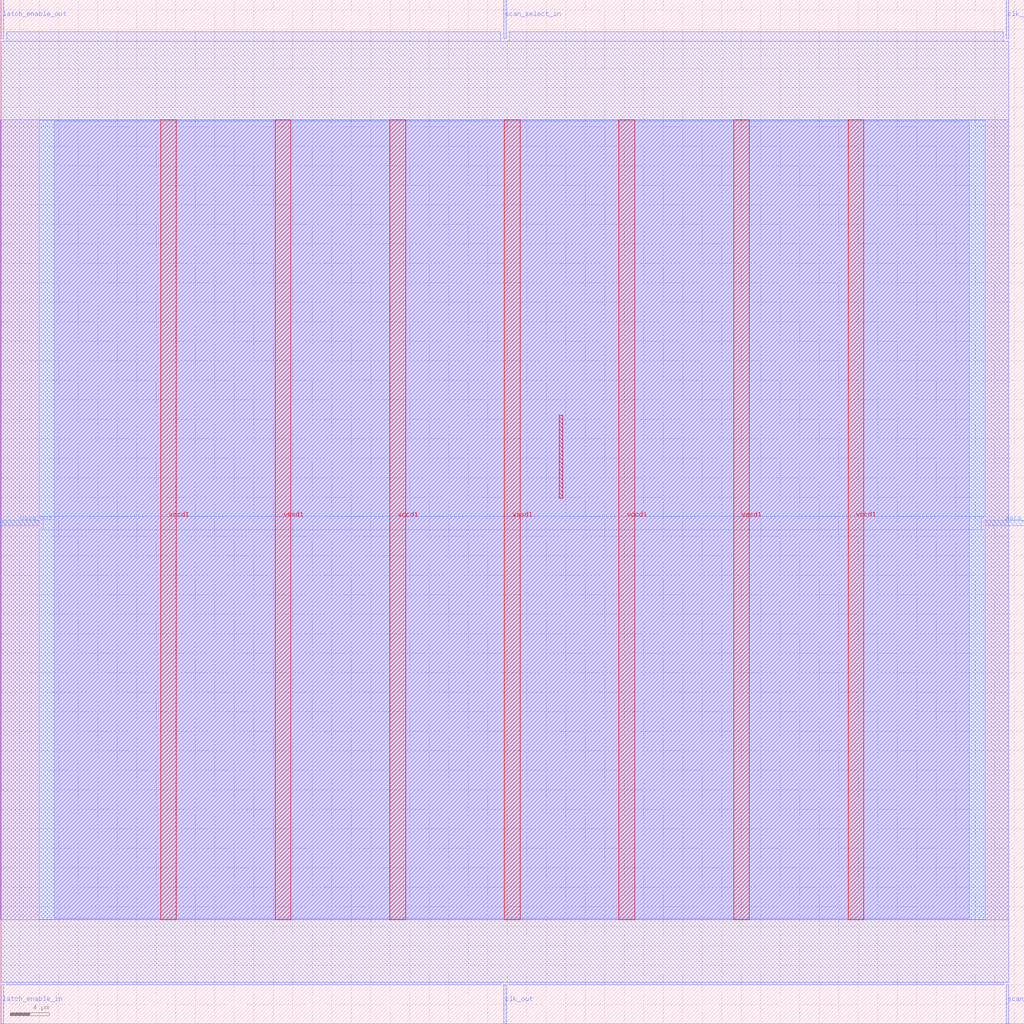
<source format=lef>
VERSION 5.7 ;
  NOWIREEXTENSIONATPIN ON ;
  DIVIDERCHAR "/" ;
  BUSBITCHARS "[]" ;
MACRO scan_wrapper_341431502448362067
  CLASS BLOCK ;
  FOREIGN scan_wrapper_341431502448362067 ;
  ORIGIN 0.000 0.000 ;
  SIZE 105.000 BY 105.000 ;
  PIN clk_in
    DIRECTION INPUT ;
    USE SIGNAL ;
    PORT
      LAYER met2 ;
        RECT 103.130 101.000 103.410 105.000 ;
    END
  END clk_in
  PIN clk_out
    DIRECTION OUTPUT TRISTATE ;
    USE SIGNAL ;
    PORT
      LAYER met2 ;
        RECT 51.610 0.000 51.890 4.000 ;
    END
  END clk_out
  PIN data_in
    DIRECTION INPUT ;
    USE SIGNAL ;
    PORT
      LAYER met3 ;
        RECT 101.000 51.040 105.000 51.640 ;
    END
  END data_in
  PIN data_out
    DIRECTION OUTPUT TRISTATE ;
    USE SIGNAL ;
    PORT
      LAYER met3 ;
        RECT 0.000 51.040 4.000 51.640 ;
    END
  END data_out
  PIN latch_enable_in
    DIRECTION INPUT ;
    USE SIGNAL ;
    PORT
      LAYER met2 ;
        RECT 0.090 0.000 0.370 4.000 ;
    END
  END latch_enable_in
  PIN latch_enable_out
    DIRECTION OUTPUT TRISTATE ;
    USE SIGNAL ;
    PORT
      LAYER met2 ;
        RECT 0.090 101.000 0.370 105.000 ;
    END
  END latch_enable_out
  PIN scan_select_in
    DIRECTION INPUT ;
    USE SIGNAL ;
    PORT
      LAYER met2 ;
        RECT 51.610 101.000 51.890 105.000 ;
    END
  END scan_select_in
  PIN scan_select_out
    DIRECTION OUTPUT TRISTATE ;
    USE SIGNAL ;
    PORT
      LAYER met2 ;
        RECT 103.130 0.000 103.410 4.000 ;
    END
  END scan_select_out
  PIN vccd1
    DIRECTION INOUT ;
    USE POWER ;
    PORT
      LAYER met4 ;
        RECT 16.465 10.640 18.065 92.720 ;
    END
    PORT
      LAYER met4 ;
        RECT 39.955 10.640 41.555 92.720 ;
    END
    PORT
      LAYER met4 ;
        RECT 63.445 10.640 65.045 92.720 ;
    END
    PORT
      LAYER met4 ;
        RECT 86.935 10.640 88.535 92.720 ;
    END
  END vccd1
  PIN vssd1
    DIRECTION INOUT ;
    USE GROUND ;
    PORT
      LAYER met4 ;
        RECT 28.210 10.640 29.810 92.720 ;
    END
    PORT
      LAYER met4 ;
        RECT 51.700 10.640 53.300 92.720 ;
    END
    PORT
      LAYER met4 ;
        RECT 75.190 10.640 76.790 92.720 ;
    END
  END vssd1
  OBS
      LAYER li1 ;
        RECT 5.520 10.795 99.360 92.565 ;
      LAYER met1 ;
        RECT 0.070 10.640 103.430 92.720 ;
      LAYER met2 ;
        RECT 0.650 100.720 51.330 101.730 ;
        RECT 52.170 100.720 102.850 101.730 ;
        RECT 0.100 4.280 103.400 100.720 ;
        RECT 0.650 4.000 51.330 4.280 ;
        RECT 52.170 4.000 102.850 4.280 ;
      LAYER met3 ;
        RECT 4.000 52.040 101.000 92.645 ;
        RECT 4.400 50.640 100.600 52.040 ;
        RECT 4.000 10.715 101.000 50.640 ;
      LAYER met4 ;
        RECT 57.335 53.895 57.665 62.385 ;
  END
END scan_wrapper_341431502448362067
END LIBRARY


</source>
